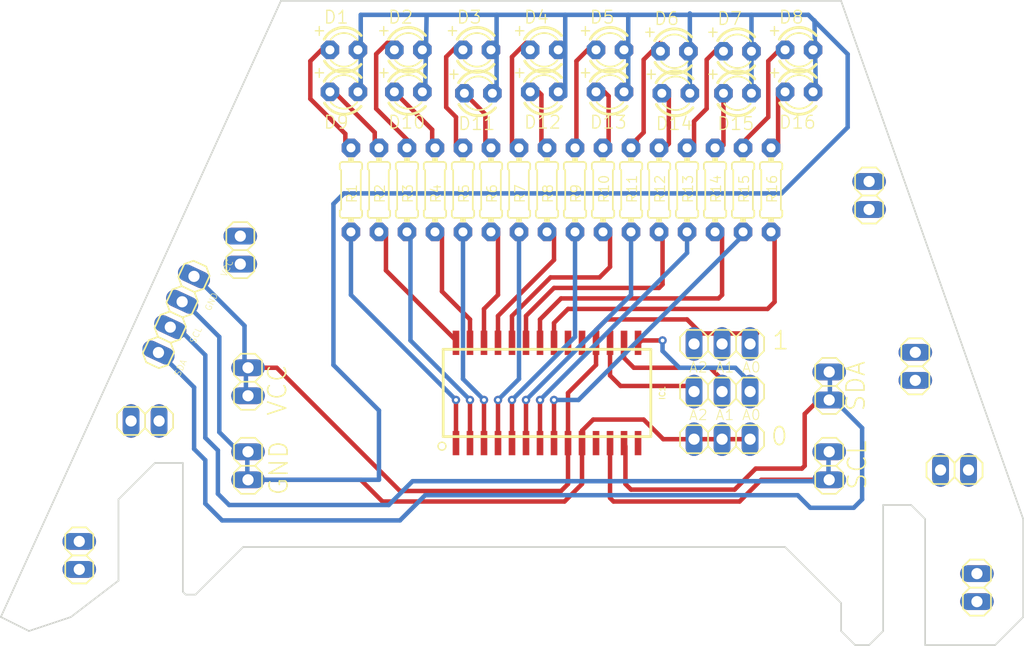
<source format=kicad_pcb>
(kicad_pcb (version 20241229) (generator "pcbnew") (generator_version "9.0")
  (layers (0 "F.Cu" signal) (2 "B.Cu" signal) (13 "F.Paste" user) (15 "B.Paste" user) (5 "F.SilkS" user "F.Silkscreen") (7 "B.SilkS" user "B.Silkscreen") (1 "F.Mask" user) (3 "B.Mask" user) (25 "Edge.Cuts" user))
  (net 0 "")
  (net 1 "S$2")
  (net 2 "S$1")
  (net 3 "S$3")
  (net 4 "S$36")
  (net 5 "S$5")
  (net 6 "S$6")
  (net 7 "S$7")
  (net 8 "S$8")
  (net 9 "S$9")
  (net 10 "S$10")
  (net 11 "S$11")
  (net 12 "S$12")
  (net 13 "S$20")
  (net 14 "S$38")
  (net 15 "S$39")
  (net 16 "S$40")
  (net 17 "S$41")
  (net 18 "S$42")
  (net 19 "S$43")
  (net 20 "S$44")
  (net 21 "S$45")
  (net 22 "S$31")
  (net 23 "S$32")
  (net 24 "S$33")
  (net 25 "S$17")
  (net 26 "S$18")
  (net 27 "S$19")
  (net 28 "S$21")
  (net 29 "S$22")
  (net 30 "S$23")
  (net 31 "S$24")
  (net 32 "S$25")
  (net 33 "S$26")
  (net 34 "S$27")
  (net 35 "S$28")
  (net 36 "S$29")
  (net 37 "S$34")
  (net 38 "S$35")
  (net 39 "S$37")
  (net 40 "S$50")
  (net 41 "S$52")
  (net 42 "S$53")
  (footprint "002:1X02_325" (layer "F.Cu") (at 124.5616 117.9576 90)
    (property "Reference" "E$13" (hide yes))
    (property "Value" "")
    (pad "1" thru_hole oval (at -1.27 0 180) (size 3.048 1.524) (drill 1.016) (layers "*.Cu" "*.Mask"))
    (pad "2" thru_hole oval (at 1.27 0 180) (size 3.048 1.524) (drill 1.016) (layers "*.Cu" "*.Mask"))
  )
  (footprint "002:0204_7_420" (layer "F.Cu") (at 146.5961 92.9386 90)
    (property "Reference" "R6" (at -1.27 0.6096 90) (layer "F.SilkS") (effects (font (size 0.885993 0.885993) (thickness 0.104607)) (justify left bottom)))
    (property "Value" "")
    (pad "1" thru_hole roundrect (at -3.81 0 90) (size 1.6764 1.6764) (drill 0.8128) (layers "*.Cu" "*.Mask") (chamfer_ratio 0.2928932188) (chamfer top_left top_right bottom_left bottom_right))
    (pad "2" thru_hole roundrect (at 3.81 0 90) (size 1.6764 1.6764) (drill 0.8128) (layers "*.Cu" "*.Mask") (chamfer_ratio 0.2928932188) (chamfer top_left top_right bottom_left bottom_right))
  )
  (footprint "002:0204_7_420" (layer "F.Cu") (at 151.6761 92.9386 90)
    (property "Reference" "R8" (at -1.27 0.6096 90) (layer "F.SilkS") (effects (font (size 0.885993 0.885993) (thickness 0.104607)) (justify left bottom)))
    (property "Value" "")
    (pad "1" thru_hole roundrect (at -3.81 0 90) (size 1.6764 1.6764) (drill 0.8128) (layers "*.Cu" "*.Mask") (chamfer_ratio 0.2928932188) (chamfer top_left top_right bottom_left bottom_right))
    (pad "2" thru_hole roundrect (at 3.81 0 90) (size 1.6764 1.6764) (drill 0.8128) (layers "*.Cu" "*.Mask") (chamfer_ratio 0.2928932188) (chamfer top_left top_right bottom_left bottom_right))
  )
  (footprint "002:0204_7_420" (layer "F.Cu") (at 149.1361 92.9386 90)
    (property "Reference" "R7" (at -1.27 0.6096 90) (layer "F.SilkS") (effects (font (size 0.885993 0.885993) (thickness 0.104607)) (justify left bottom)))
    (property "Value" "")
    (pad "1" thru_hole roundrect (at -3.81 0 90) (size 1.6764 1.6764) (drill 0.8128) (layers "*.Cu" "*.Mask") (chamfer_ratio 0.2928932188) (chamfer top_left top_right bottom_left bottom_right) (net 18 "S$42"))
    (pad "2" thru_hole roundrect (at 3.81 0 90) (size 1.6764 1.6764) (drill 0.8128) (layers "*.Cu" "*.Mask") (chamfer_ratio 0.2928932188) (chamfer top_left top_right bottom_left bottom_right))
  )
  (footprint "002:1X02_325" (layer "F.Cu") (at 188.6331 118.3386 180)
    (property "Reference" "E$9" (hide yes))
    (property "Value" "")
    (pad "1" thru_hole oval (at -1.27 0 270) (size 3.048 1.524) (drill 1.016) (layers "*.Cu" "*.Mask"))
    (pad "2" thru_hole oval (at 1.27 0 270) (size 3.048 1.524) (drill 1.016) (layers "*.Cu" "*.Mask"))
  )
  (footprint "002:1X02_325" (layer "F.Cu") (at 190.6651 129.0066 90)
    (property "Reference" "E$12" (hide yes))
    (property "Value" "")
    (pad "1" thru_hole oval (at -1.27 0 180) (size 3.048 1.524) (drill 1.016) (layers "*.Cu" "*.Mask"))
    (pad "2" thru_hole oval (at 1.27 0 180) (size 3.048 1.524) (drill 1.016) (layers "*.Cu" "*.Mask"))
  )
  (footprint "002:1X02_325" (layer "F.Cu") (at 185.0771 108.9406 90)
    (property "Reference" "E$6" (hide yes))
    (property "Value" "")
    (pad "1" thru_hole oval (at -1.27 0 180) (size 3.048 1.524) (drill 1.016) (layers "*.Cu" "*.Mask"))
    (pad "2" thru_hole oval (at 1.27 0 180) (size 3.048 1.524) (drill 1.016) (layers "*.Cu" "*.Mask"))
  )
  (footprint "002:0204_7_420" (layer "F.Cu") (at 154.2161 92.9386 90)
    (property "Reference" "R9" (at -1.27 0.6096 90) (layer "F.SilkS") (effects (font (size 0.885993 0.885993) (thickness 0.104607)) (justify left bottom)))
    (property "Value" "")
    (pad "1" thru_hole roundrect (at -3.81 0 90) (size 1.6764 1.6764) (drill 0.8128) (layers "*.Cu" "*.Mask") (chamfer_ratio 0.2928932188) (chamfer top_left top_right bottom_left bottom_right) (net 17 "S$41"))
    (pad "2" thru_hole roundrect (at 3.81 0 90) (size 1.6764 1.6764) (drill 0.8128) (layers "*.Cu" "*.Mask") (chamfer_ratio 0.2928932188) (chamfer top_left top_right bottom_left bottom_right))
  )
  (footprint "002:0204_7_420" (layer "F.Cu") (at 169.4561 92.9386 90)
    (property "Reference" "R15" (at -1.27 0.6096 90) (layer "F.SilkS") (effects (font (size 0.885993 0.885993) (thickness 0.104607)) (justify left bottom)))
    (property "Value" "")
    (pad "1" thru_hole roundrect (at -3.81 0 90) (size 1.6764 1.6764) (drill 0.8128) (layers "*.Cu" "*.Mask") (chamfer_ratio 0.2928932188) (chamfer top_left top_right bottom_left bottom_right))
    (pad "2" thru_hole roundrect (at 3.81 0 90) (size 1.6764 1.6764) (drill 0.8128) (layers "*.Cu" "*.Mask") (chamfer_ratio 0.2928932188) (chamfer top_left top_right bottom_left bottom_right))
  )
  (footprint "002:1X02_325" (layer "F.Cu") (at 177.2666 117.9576 90)
    (property "Reference" "E$2" (hide yes))
    (property "Value" "")
    (pad "1" thru_hole oval (at -1.27 0 180) (size 3.048 1.524) (drill 1.016) (layers "*.Cu" "*.Mask") (net 3 "S$3"))
    (pad "2" thru_hole oval (at 1.27 0 180) (size 3.048 1.524) (drill 1.016) (layers "*.Cu" "*.Mask") (net 4 "S$36"))
  )
  (footprint "002:LED3MM_420" (layer "F.Cu") (at 168.9481 84.1756)
    (property "Reference" "D15" (at -1.905 3.429 0) (layer "F.SilkS") (effects (font (size 1.1557 1.1557) (thickness 0.1143)) (justify left bottom)))
    (property "Value" "")
    (pad "A" thru_hole roundrect (at -1.27 0) (size 1.6764 1.6764) (drill 0.8128) (layers "*.Cu" "*.Mask") (chamfer_ratio 0.2928932188) (chamfer top_left top_right bottom_left bottom_right))
    (pad "K" thru_hole roundrect (at 1.27 0) (size 1.6764 1.6764) (drill 0.8128) (layers "*.Cu" "*.Mask") (chamfer_ratio 0.2928932188) (chamfer top_left top_right bottom_left bottom_right))
  )
  (footprint "002:LED3MM_420" (layer "F.Cu") (at 151.4221 84.0486)
    (property "Reference" "D12" (at -1.905 3.429 0) (layer "F.SilkS") (effects (font (size 1.1557 1.1557) (thickness 0.1143)) (justify left bottom)))
    (property "Value" "")
    (pad "A" thru_hole roundrect (at -1.27 0) (size 1.6764 1.6764) (drill 0.8128) (layers "*.Cu" "*.Mask") (chamfer_ratio 0.2928932188) (chamfer top_left top_right bottom_left bottom_right))
    (pad "K" thru_hole roundrect (at 1.27 0) (size 1.6764 1.6764) (drill 0.8128) (layers "*.Cu" "*.Mask") (chamfer_ratio 0.2928932188) (chamfer top_left top_right bottom_left bottom_right))
  )
  (footprint "002:LED3MM_420" (layer "F.Cu") (at 163.2331 80.3656)
    (property "Reference" "D6" (at -1.905 -2.286 0) (layer "F.SilkS") (effects (font (size 1.1557 1.1557) (thickness 0.1143)) (justify left bottom)))
    (property "Value" "")
    (pad "A" thru_hole roundrect (at -1.27 0) (size 1.6764 1.6764) (drill 0.8128) (layers "*.Cu" "*.Mask") (chamfer_ratio 0.2928932188) (chamfer top_left top_right bottom_left bottom_right))
    (pad "K" thru_hole roundrect (at 1.27 0) (size 1.6764 1.6764) (drill 0.8128) (layers "*.Cu" "*.Mask") (chamfer_ratio 0.2928932188) (chamfer top_left top_right bottom_left bottom_right))
  )
  (footprint "002:1X02_325" (layer "F.Cu") (at 124.5616 110.3376 90)
    (property "Reference" "E$3" (hide yes))
    (property "Value" "")
    (pad "1" thru_hole oval (at -1.27 0 180) (size 3.048 1.524) (drill 1.016) (layers "*.Cu" "*.Mask"))
    (pad "2" thru_hole oval (at 1.27 0 180) (size 3.048 1.524) (drill 1.016) (layers "*.Cu" "*.Mask") (net 1 "S$2"))
  )
  (footprint "002:1X02_325" (layer "F.Cu") (at 180.8861 93.4466 90)
    (property "Reference" "E$8" (hide yes))
    (property "Value" "")
    (pad "1" thru_hole oval (at -1.27 0 180) (size 3.048 1.524) (drill 1.016) (layers "*.Cu" "*.Mask"))
    (pad "2" thru_hole oval (at 1.27 0 180) (size 3.048 1.524) (drill 1.016) (layers "*.Cu" "*.Mask"))
  )
  (footprint "002:1X02_325" (layer "F.Cu") (at 123.8631 98.3996 90)
    (property "Reference" "E$7" (hide yes))
    (property "Value" "")
    (pad "1" thru_hole oval (at -1.27 0 180) (size 3.048 1.524) (drill 1.016) (layers "*.Cu" "*.Mask"))
    (pad "2" thru_hole oval (at 1.27 0 180) (size 3.048 1.524) (drill 1.016) (layers "*.Cu" "*.Mask"))
  )
  (footprint "002:0204_7_420" (layer "F.Cu") (at 161.8361 92.9386 90)
    (property "Reference" "R12" (at -1.27 0.6096 90) (layer "F.SilkS") (effects (font (size 0.885993 0.885993) (thickness 0.104607)) (justify left bottom)))
    (property "Value" "")
    (pad "1" thru_hole roundrect (at -3.81 0 90) (size 1.6764 1.6764) (drill 0.8128) (layers "*.Cu" "*.Mask") (chamfer_ratio 0.2928932188) (chamfer top_left top_right bottom_left bottom_right))
    (pad "2" thru_hole roundrect (at 3.81 0 90) (size 1.6764 1.6764) (drill 0.8128) (layers "*.Cu" "*.Mask") (chamfer_ratio 0.2928932188) (chamfer top_left top_right bottom_left bottom_right))
  )
  (footprint "002:0204_7_420" (layer "F.Cu") (at 133.8961 92.9386 90)
    (property "Reference" "R1" (at -1.27 0.6096 90) (layer "F.SilkS") (effects (font (size 0.885993 0.885993) (thickness 0.104607)) (justify left bottom)))
    (property "Value" "")
    (pad "1" thru_hole roundrect (at -3.81 0 90) (size 1.6764 1.6764) (drill 0.8128) (layers "*.Cu" "*.Mask") (chamfer_ratio 0.2928932188) (chamfer top_left top_right bottom_left bottom_right) (net 21 "S$45"))
    (pad "2" thru_hole roundrect (at 3.81 0 90) (size 1.6764 1.6764) (drill 0.8128) (layers "*.Cu" "*.Mask") (chamfer_ratio 0.2928932188) (chamfer top_left top_right bottom_left bottom_right))
  )
  (footprint "002:0204_7_420" (layer "F.Cu") (at 166.9161 92.9386 90)
    (property "Reference" "R14" (at -1.27 0.6096 90) (layer "F.SilkS") (effects (font (size 0.885993 0.885993) (thickness 0.104607)) (justify left bottom)))
    (property "Value" "")
    (pad "1" thru_hole roundrect (at -3.81 0 90) (size 1.6764 1.6764) (drill 0.8128) (layers "*.Cu" "*.Mask") (chamfer_ratio 0.2928932188) (chamfer top_left top_right bottom_left bottom_right))
    (pad "2" thru_hole roundrect (at 3.81 0 90) (size 1.6764 1.6764) (drill 0.8128) (layers "*.Cu" "*.Mask") (chamfer_ratio 0.2928932188) (chamfer top_left top_right bottom_left bottom_right))
  )
  (footprint "002:1X04_325" (layer "F.Cu") (at 118.050971 104.233847 -115)
    (property "Reference" "E$15" (hide yes))
    (property "Value" "")
    (pad "1" thru_hole oval (at -3.81 0 335) (size 3.048 1.524) (drill 1.016) (layers "*.Cu" "*.Mask"))
    (pad "2" thru_hole oval (at -1.27 0 335) (size 3.048 1.524) (drill 1.016) (layers "*.Cu" "*.Mask"))
    (pad "3" thru_hole oval (at 1.27 0 335) (size 3.048 1.524) (drill 1.016) (layers "*.Cu" "*.Mask"))
    (pad "4" thru_hole oval (at 3.81 0 335) (size 3.048 1.524) (drill 1.016) (layers "*.Cu" "*.Mask"))
  )
  (footprint "002:SOIC-28_525" (layer "F.Cu") (at 152.3111 111.3536 180)
    (property "Reference" "IC1" (at -9.525 0 90) (layer "F.SilkS") (effects (font (size 0.512064 0.512064) (thickness 0.097536)) (justify top)))
    (property "Value" "")
    (pad "1" smd rect (at 8.89 -4.5475 180) (size 0.6 2.2) (layers "F.Cu" "F.Mask" "F.Paste"))
    (pad "2" smd rect (at 7.62 -4.5475 180) (size 0.6 2.2) (layers "F.Cu" "F.Mask" "F.Paste"))
    (pad "3" smd rect (at 6.35 -4.5475 180) (size 0.6 2.2) (layers "F.Cu" "F.Mask" "F.Paste"))
    (pad "4" smd rect (at 5.08 -4.5475 180) (size 0.6 2.2) (layers "F.Cu" "F.Mask" "F.Paste"))
    (pad "5" smd rect (at 3.81 -4.5475 180) (size 0.6 2.2) (layers "F.Cu" "F.Mask" "F.Paste"))
    (pad "6" smd rect (at 2.54 -4.5475 180) (size 0.6 2.2) (layers "F.Cu" "F.Mask" "F.Paste"))
    (pad "7" smd rect (at 1.27 -4.5475 180) (size 0.6 2.2) (layers "F.Cu" "F.Mask" "F.Paste"))
    (pad "8" smd rect (at 0 -4.5475 180) (size 0.6 2.2) (layers "F.Cu" "F.Mask" "F.Paste"))
    (pad "9" smd rect (at -1.27 -4.5475 180) (size 0.6 2.2) (layers "F.Cu" "F.Mask" "F.Paste"))
    (pad "10" smd rect (at -2.54 -4.5475 180) (size 0.6 2.2) (layers "F.Cu" "F.Mask" "F.Paste"))
    (pad "11" smd rect (at -3.81 -4.5475 180) (size 0.6 2.2) (layers "F.Cu" "F.Mask" "F.Paste"))
    (pad "12" smd rect (at -5.08 -4.5475 180) (size 0.6 2.2) (layers "F.Cu" "F.Mask" "F.Paste"))
    (pad "13" smd rect (at -6.35 -4.5475 180) (size 0.6 2.2) (layers "F.Cu" "F.Mask" "F.Paste"))
    (pad "14" smd rect (at -7.62 -4.5475 180) (size 0.6 2.2) (layers "F.Cu" "F.Mask" "F.Paste"))
    (pad "15" smd rect (at -7.62 4.5475 180) (size 0.6 2.2) (layers "F.Cu" "F.Mask" "F.Paste"))
    (pad "16" smd rect (at -6.35 4.5475 180) (size 0.6 2.2) (layers "F.Cu" "F.Mask" "F.Paste"))
    (pad "17" smd rect (at -5.08 4.5475 180) (size 0.6 2.2) (layers "F.Cu" "F.Mask" "F.Paste"))
    (pad "18" smd rect (at -3.81 4.5475 180) (size 0.6 2.2) (layers "F.Cu" "F.Mask" "F.Paste"))
    (pad "19" smd rect (at -2.54 4.5475 180) (size 0.6 2.2) (layers "F.Cu" "F.Mask" "F.Paste"))
    (pad "20" smd rect (at -1.27 4.5475 180) (size 0.6 2.2) (layers "F.Cu" "F.Mask" "F.Paste"))
    (pad "21" smd rect (at 0 4.5475 180) (size 0.6 2.2) (layers "F.Cu" "F.Mask" "F.Paste"))
    (pad "22" smd rect (at 1.27 4.5475 180) (size 0.6 2.2) (layers "F.Cu" "F.Mask" "F.Paste"))
    (pad "23" smd rect (at 2.54 4.5475 180) (size 0.6 2.2) (layers "F.Cu" "F.Mask" "F.Paste"))
    (pad "24" smd rect (at 3.81 4.5475 180) (size 0.6 2.2) (layers "F.Cu" "F.Mask" "F.Paste"))
    (pad "25" smd rect (at 5.08 4.5475 180) (size 0.6 2.2) (layers "F.Cu" "F.Mask" "F.Paste"))
    (pad "26" smd rect (at 6.35 4.5475 180) (size 0.6 2.2) (layers "F.Cu" "F.Mask" "F.Paste"))
    (pad "27" smd rect (at 7.62 4.5475 180) (size 0.6 2.2) (layers "F.Cu" "F.Mask" "F.Paste"))
    (pad "28" smd rect (at 8.89 4.5475 180) (size 0.6 2.2) (layers "F.Cu" "F.Mask" "F.Paste"))
  )
  (footprint "002:0204_7_420" (layer "F.Cu") (at 138.9761 92.9386 90)
    (property "Reference" "R3" (at -1.27 0.6096 90) (layer "F.SilkS") (effects (font (size 0.885993 0.885993) (thickness 0.104607)) (justify left bottom)))
    (property "Value" "")
    (pad "1" thru_hole roundrect (at -3.81 0 90) (size 1.6764 1.6764) (drill 0.8128) (layers "*.Cu" "*.Mask") (chamfer_ratio 0.2928932188) (chamfer top_left top_right bottom_left bottom_right))
    (pad "2" thru_hole roundrect (at 3.81 0 90) (size 1.6764 1.6764) (drill 0.8128) (layers "*.Cu" "*.Mask") (chamfer_ratio 0.2928932188) (chamfer top_left top_right bottom_left bottom_right))
  )
  (footprint "002:0204_7_420" (layer "F.Cu") (at 164.3761 92.9386 90)
    (property "Reference" "R13" (at -1.27 0.6096 90) (layer "F.SilkS") (effects (font (size 0.885993 0.885993) (thickness 0.104607)) (justify left bottom)))
    (property "Value" "")
    (pad "1" thru_hole roundrect (at -3.81 0 90) (size 1.6764 1.6764) (drill 0.8128) (layers "*.Cu" "*.Mask") (chamfer_ratio 0.2928932188) (chamfer top_left top_right bottom_left bottom_right) (net 15 "S$39"))
    (pad "2" thru_hole roundrect (at 3.81 0 90) (size 1.6764 1.6764) (drill 0.8128) (layers "*.Cu" "*.Mask") (chamfer_ratio 0.2928932188) (chamfer top_left top_right bottom_left bottom_right))
  )
  (footprint "002:0204_7_420" (layer "F.Cu") (at 171.9961 92.9386 90)
    (property "Reference" "R16" (at -1.27 0.6096 90) (layer "F.SilkS") (effects (font (size 0.885993 0.885993) (thickness 0.104607)) (justify left bottom)))
    (property "Value" "")
    (pad "1" thru_hole roundrect (at -3.81 0 90) (size 1.6764 1.6764) (drill 0.8128) (layers "*.Cu" "*.Mask") (chamfer_ratio 0.2928932188) (chamfer top_left top_right bottom_left bottom_right))
    (pad "2" thru_hole roundrect (at 3.81 0 90) (size 1.6764 1.6764) (drill 0.8128) (layers "*.Cu" "*.Mask") (chamfer_ratio 0.2928932188) (chamfer top_left top_right bottom_left bottom_right))
  )
  (footprint "002:LED3MM_420" (layer "F.Cu") (at 145.3261 80.2386)
    (property "Reference" "D3" (at -1.905 -2.286 0) (layer "F.SilkS") (effects (font (size 1.1557 1.1557) (thickness 0.1143)) (justify left bottom)))
    (property "Value" "")
    (pad "A" thru_hole roundrect (at -1.27 0) (size 1.6764 1.6764) (drill 0.8128) (layers "*.Cu" "*.Mask") (chamfer_ratio 0.2928932188) (chamfer top_left top_right bottom_left bottom_right))
    (pad "K" thru_hole roundrect (at 1.27 0) (size 1.6764 1.6764) (drill 0.8128) (layers "*.Cu" "*.Mask") (chamfer_ratio 0.2928932188) (chamfer top_left top_right bottom_left bottom_right))
  )
  (footprint "002:LED3MM_420" (layer "F.Cu") (at 157.3911 80.2386)
    (property "Reference" "D5" (at -1.905 -2.286 0) (layer "F.SilkS") (effects (font (size 1.1557 1.1557) (thickness 0.1143)) (justify left bottom)))
    (property "Value" "")
    (pad "A" thru_hole roundrect (at -1.27 0) (size 1.6764 1.6764) (drill 0.8128) (layers "*.Cu" "*.Mask") (chamfer_ratio 0.2928932188) (chamfer top_left top_right bottom_left bottom_right))
    (pad "K" thru_hole roundrect (at 1.27 0) (size 1.6764 1.6764) (drill 0.8128) (layers "*.Cu" "*.Mask") (chamfer_ratio 0.2928932188) (chamfer top_left top_right bottom_left bottom_right))
  )
  (footprint "002:LED3MM_420" (layer "F.Cu") (at 157.3911 84.0486)
    (property "Reference" "D13" (at -1.905 3.429 0) (layer "F.SilkS") (effects (font (size 1.1557 1.1557) (thickness 0.1143)) (justify left bottom)))
    (property "Value" "")
    (pad "A" thru_hole roundrect (at -1.27 0) (size 1.6764 1.6764) (drill 0.8128) (layers "*.Cu" "*.Mask") (chamfer_ratio 0.2928932188) (chamfer top_left top_right bottom_left bottom_right))
    (pad "K" thru_hole roundrect (at 1.27 0) (size 1.6764 1.6764) (drill 0.8128) (layers "*.Cu" "*.Mask") (chamfer_ratio 0.2928932188) (chamfer top_left top_right bottom_left bottom_right))
  )
  (footprint "002:1X02_325" (layer "F.Cu") (at 109.2581 126.0856 90)
    (property "Reference" "E$10" (hide yes))
    (property "Value" "")
    (pad "1" thru_hole oval (at -1.27 0 180) (size 3.048 1.524) (drill 1.016) (layers "*.Cu" "*.Mask"))
    (pad "2" thru_hole oval (at 1.27 0 180) (size 3.048 1.524) (drill 1.016) (layers "*.Cu" "*.Mask"))
  )
  (footprint "002:1X03_325" (layer "F.Cu") (at 167.5511 115.5446)
    (property "Reference" "E$5" (hide yes))
    (property "Value" "")
    (pad "1" thru_hole oval (at -2.54 0 90) (size 3.048 1.524) (drill 1.016) (layers "*.Cu" "*.Mask"))
    (pad "2" thru_hole oval (at 0 0 90) (size 3.048 1.524) (drill 1.016) (layers "*.Cu" "*.Mask"))
    (pad "3" thru_hole oval (at 2.54 0 90) (size 3.048 1.524) (drill 1.016) (layers "*.Cu" "*.Mask") (net 2 "S$1"))
  )
  (footprint "002:1X02_325" (layer "F.Cu") (at 177.2666 110.7186 90)
    (property "Reference" "E$14" (hide yes))
    (property "Value" "")
    (pad "1" thru_hole oval (at -1.27 0 180) (size 3.048 1.524) (drill 1.016) (layers "*.Cu" "*.Mask"))
    (pad "2" thru_hole oval (at 1.27 0 180) (size 3.048 1.524) (drill 1.016) (layers "*.Cu" "*.Mask"))
  )
  (footprint "002:LED3MM_420" (layer "F.Cu") (at 174.5361 84.0486)
    (property "Reference" "D16" (at -1.905 3.429 0) (layer "F.SilkS") (effects (font (size 1.1557 1.1557) (thickness 0.1143)) (justify left bottom)))
    (property "Value" "")
    (pad "A" thru_hole roundrect (at -1.27 0) (size 1.6764 1.6764) (drill 0.8128) (layers "*.Cu" "*.Mask") (chamfer_ratio 0.2928932188) (chamfer top_left top_right bottom_left bottom_right))
    (pad "K" thru_hole roundrect (at 1.27 0) (size 1.6764 1.6764) (drill 0.8128) (layers "*.Cu" "*.Mask") (chamfer_ratio 0.2928932188) (chamfer top_left top_right bottom_left bottom_right))
  )
  (footprint "002:LED3MM_420" (layer "F.Cu") (at 139.1031 84.0486)
    (property "Reference" "D10" (at -1.905 3.429 0) (layer "F.SilkS") (effects (font (size 1.1557 1.1557) (thickness 0.1143)) (justify left bottom)))
    (property "Value" "")
    (pad "A" thru_hole roundrect (at -1.27 0) (size 1.6764 1.6764) (drill 0.8128) (layers "*.Cu" "*.Mask") (chamfer_ratio 0.2928932188) (chamfer top_left top_right bottom_left bottom_right))
    (pad "K" thru_hole roundrect (at 1.27 0) (size 1.6764 1.6764) (drill 0.8128) (layers "*.Cu" "*.Mask") (chamfer_ratio 0.2928932188) (chamfer top_left top_right bottom_left bottom_right))
  )
  (footprint "002:1X03_325" (layer "F.Cu") (at 167.5511 111.2266)
    (property "Reference" "E$4" (hide yes))
    (property "Value" "")
    (pad "1" thru_hole oval (at -2.54 0 90) (size 3.048 1.524) (drill 1.016) (layers "*.Cu" "*.Mask"))
    (pad "2" thru_hole oval (at 0 0 90) (size 3.048 1.524) (drill 1.016) (layers "*.Cu" "*.Mask"))
    (pad "3" thru_hole oval (at 2.54 0 90) (size 3.048 1.524) (drill 1.016) (layers "*.Cu" "*.Mask"))
  )
  (footprint "002:LED3MM_420" (layer "F.Cu") (at 174.5361 80.2386)
    (property "Reference" "D8" (at -1.905 -2.286 0) (layer "F.SilkS") (effects (font (size 1.1557 1.1557) (thickness 0.1143)) (justify left bottom)))
    (property "Value" "")
    (pad "A" thru_hole roundrect (at -1.27 0) (size 1.6764 1.6764) (drill 0.8128) (layers "*.Cu" "*.Mask") (chamfer_ratio 0.2928932188) (chamfer top_left top_right bottom_left bottom_right))
    (pad "K" thru_hole roundrect (at 1.27 0) (size 1.6764 1.6764) (drill 0.8128) (layers "*.Cu" "*.Mask") (chamfer_ratio 0.2928932188) (chamfer top_left top_right bottom_left bottom_right))
  )
  (footprint "002:0204_7_420" (layer "F.Cu") (at 141.5161 92.9386 90)
    (property "Reference" "R4" (at -1.27 0.6096 90) (layer "F.SilkS") (effects (font (size 0.885993 0.885993) (thickness 0.104607)) (justify left bottom)))
    (property "Value" "")
    (pad "1" thru_hole roundrect (at -3.81 0 90) (size 1.6764 1.6764) (drill 0.8128) (layers "*.Cu" "*.Mask") (chamfer_ratio 0.2928932188) (chamfer top_left top_right bottom_left bottom_right))
    (pad "2" thru_hole roundrect (at 3.81 0 90) (size 1.6764 1.6764) (drill 0.8128) (layers "*.Cu" "*.Mask") (chamfer_ratio 0.2928932188) (chamfer top_left top_right bottom_left bottom_right))
  )
  (footprint "002:LED3MM_420" (layer "F.Cu") (at 133.2611 80.2386)
    (property "Reference" "D1" (at -1.905 -2.286 0) (layer "F.SilkS") (effects (font (size 1.1557 1.1557) (thickness 0.1143)) (justify left bottom)))
    (property "Value" "")
    (pad "A" thru_hole roundrect (at -1.27 0) (size 1.6764 1.6764) (drill 0.8128) (layers "*.Cu" "*.Mask") (chamfer_ratio 0.2928932188) (chamfer top_left top_right bottom_left bottom_right))
    (pad "K" thru_hole roundrect (at 1.27 0) (size 1.6764 1.6764) (drill 0.8128) (layers "*.Cu" "*.Mask") (chamfer_ratio 0.2928932188) (chamfer top_left top_right bottom_left bottom_right))
  )
  (footprint "002:1X03_325" (layer "F.Cu") (at 167.5511 106.9086)
    (property "Reference" "E$1" (hide yes))
    (property "Value" "")
    (pad "1" thru_hole oval (at -2.54 0 90) (size 3.048 1.524) (drill 1.016) (layers "*.Cu" "*.Mask"))
    (pad "2" thru_hole oval (at 0 0 90) (size 3.048 1.524) (drill 1.016) (layers "*.Cu" "*.Mask"))
    (pad "3" thru_hole oval (at 2.54 0 90) (size 3.048 1.524) (drill 1.016) (layers "*.Cu" "*.Mask"))
  )
  (footprint "002:0204_7_420" (layer "F.Cu") (at 136.4361 92.9386 90)
    (property "Reference" "R2" (at -1.27 0.6096 90) (layer "F.SilkS") (effects (font (size 0.885993 0.885993) (thickness 0.104607)) (justify left bottom)))
    (property "Value" "")
    (pad "1" thru_hole roundrect (at -3.81 0 90) (size 1.6764 1.6764) (drill 0.8128) (layers "*.Cu" "*.Mask") (chamfer_ratio 0.2928932188) (chamfer top_left top_right bottom_left bottom_right))
    (pad "2" thru_hole roundrect (at 3.81 0 90) (size 1.6764 1.6764) (drill 0.8128) (layers "*.Cu" "*.Mask") (chamfer_ratio 0.2928932188) (chamfer top_left top_right bottom_left bottom_right))
  )
  (footprint "002:0204_7_420" (layer "F.Cu") (at 156.7561 92.9386 90)
    (property "Reference" "R10" (at -1.27 0.6096 90) (layer "F.SilkS") (effects (font (size 0.885993 0.885993) (thickness 0.104607)) (justify left bottom)))
    (property "Value" "")
    (pad "1" thru_hole roundrect (at -3.81 0 90) (size 1.6764 1.6764) (drill 0.8128) (layers "*.Cu" "*.Mask") (chamfer_ratio 0.2928932188) (chamfer top_left top_right bottom_left bottom_right))
    (pad "2" thru_hole roundrect (at 3.81 0 90) (size 1.6764 1.6764) (drill 0.8128) (layers "*.Cu" "*.Mask") (chamfer_ratio 0.2928932188) (chamfer top_left top_right bottom_left bottom_right))
  )
  (footprint "002:LED3MM_420" (layer "F.Cu") (at 139.1031 80.2386)
    (property "Reference" "D2" (at -1.905 -2.286 0) (layer "F.SilkS") (effects (font (size 1.1557 1.1557) (thickness 0.1143)) (justify left bottom)))
    (property "Value" "")
    (pad "A" thru_hole roundrect (at -1.27 0) (size 1.6764 1.6764) (drill 0.8128) (layers "*.Cu" "*.Mask") (chamfer_ratio 0.2928932188) (chamfer top_left top_right bottom_left bottom_right))
    (pad "K" thru_hole roundrect (at 1.27 0) (size 1.6764 1.6764) (drill 0.8128) (layers "*.Cu" "*.Mask") (chamfer_ratio 0.2928932188) (chamfer top_left top_right bottom_left bottom_right))
  )
  (footprint "002:LED3MM_420" (layer "F.Cu") (at 145.4531 84.1756)
    (property "Reference" "D11" (at -1.905 3.429 0) (layer "F.SilkS") (effects (font (size 1.1557 1.1557) (thickness 0.1143)) (justify left bottom)))
    (property "Value" "")
    (pad "A" thru_hole roundrect (at -1.27 0) (size 1.6764 1.6764) (drill 0.8128) (layers "*.Cu" "*.Mask") (chamfer_ratio 0.2928932188) (chamfer top_left top_right bottom_left bottom_right))
    (pad "K" thru_hole roundrect (at 1.27 0) (size 1.6764 1.6764) (drill 0.8128) (layers "*.Cu" "*.Mask") (chamfer_ratio 0.2928932188) (chamfer top_left top_right bottom_left bottom_right))
  )
  (footprint "002:LED3MM_420" (layer "F.Cu") (at 151.4221 80.2386)
    (property "Reference" "D4" (at -1.905 -2.286 0) (layer "F.SilkS") (effects (font (size 1.1557 1.1557) (thickness 0.1143)) (justify left bottom)))
    (property "Value" "")
    (pad "A" thru_hole roundrect (at -1.27 0) (size 1.6764 1.6764) (drill 0.8128) (layers "*.Cu" "*.Mask") (chamfer_ratio 0.2928932188) (chamfer top_left top_right bottom_left bottom_right))
    (pad "K" thru_hole roundrect (at 1.27 0) (size 1.6764 1.6764) (drill 0.8128) (layers "*.Cu" "*.Mask") (chamfer_ratio 0.2928932188) (chamfer top_left top_right bottom_left bottom_right))
  )
  (footprint "002:LED3MM_420" (layer "F.Cu") (at 133.2611 84.0486)
    (property "Reference" "D9" (at -1.905 3.429 0) (layer "F.SilkS") (effects (font (size 1.1557 1.1557) (thickness 0.1143)) (justify left bottom)))
    (property "Value" "")
    (pad "A" thru_hole roundrect (at -1.27 0) (size 1.6764 1.6764) (drill 0.8128) (layers "*.Cu" "*.Mask") (chamfer_ratio 0.2928932188) (chamfer top_left top_right bottom_left bottom_right))
    (pad "K" thru_hole roundrect (at 1.27 0) (size 1.6764 1.6764) (drill 0.8128) (layers "*.Cu" "*.Mask") (chamfer_ratio 0.2928932188) (chamfer top_left top_right bottom_left bottom_right))
  )
  (footprint "002:LED3MM_420" (layer "F.Cu") (at 168.9481 80.3656)
    (property "Reference" "D7" (at -1.905 -2.286 0) (layer "F.SilkS") (effects (font (size 1.1557 1.1557) (thickness 0.1143)) (justify left bottom)))
    (property "Value" "")
    (pad "A" thru_hole roundrect (at -1.27 0) (size 1.6764 1.6764) (drill 0.8128) (layers "*.Cu" "*.Mask") (chamfer_ratio 0.2928932188) (chamfer top_left top_right bottom_left bottom_right))
    (pad "K" thru_hole roundrect (at 1.27 0) (size 1.6764 1.6764) (drill 0.8128) (layers "*.Cu" "*.Mask") (chamfer_ratio 0.2928932188) (chamfer top_left top_right bottom_left bottom_right))
  )
  (footprint "002:0204_7_420" (layer "F.Cu") (at 159.2961 92.9386 90)
    (property "Reference" "R11" (at -1.27 0.6096 90) (layer "F.SilkS") (effects (font (size 0.885993 0.885993) (thickness 0.104607)) (justify left bottom)))
    (property "Value" "")
    (pad "1" thru_hole roundrect (at -3.81 0 90) (size 1.6764 1.6764) (drill 0.8128) (layers "*.Cu" "*.Mask") (chamfer_ratio 0.2928932188) (chamfer top_left top_right bottom_left bottom_right) (net 16 "S$40"))
    (pad "2" thru_hole roundrect (at 3.81 0 90) (size 1.6764 1.6764) (drill 0.8128) (layers "*.Cu" "*.Mask") (chamfer_ratio 0.2928932188) (chamfer top_left top_right bottom_left bottom_right))
  )
  (footprint "002:LED3MM_420" (layer "F.Cu") (at 163.3601 84.1756)
    (property "Reference" "D14" (at -1.905 3.429 0) (layer "F.SilkS") (effects (font (size 1.1557 1.1557) (thickness 0.1143)) (justify left bottom)))
    (property "Value" "")
    (pad "A" thru_hole roundrect (at -1.27 0) (size 1.6764 1.6764) (drill 0.8128) (layers "*.Cu" "*.Mask") (chamfer_ratio 0.2928932188) (chamfer top_left top_right bottom_left bottom_right))
    (pad "K" thru_hole roundrect (at 1.27 0) (size 1.6764 1.6764) (drill 0.8128) (layers "*.Cu" "*.Mask") (chamfer_ratio 0.2928932188) (chamfer top_left top_right bottom_left bottom_right))
  )
  (footprint "002:0204_7_420" (layer "F.Cu") (at 144.0561 92.9386 90)
    (property "Reference" "R5" (at -1.27 0.6096 90) (layer "F.SilkS") (effects (font (size 0.885993 0.885993) (thickness 0.104607)) (justify left bottom)))
    (property "Value" "")
    (pad "1" thru_hole roundrect (at -3.81 0 90) (size 1.6764 1.6764) (drill 0.8128) (layers "*.Cu" "*.Mask") (chamfer_ratio 0.2928932188) (chamfer top_left top_right bottom_left bottom_right) (net 19 "S$43"))
    (pad "2" thru_hole roundrect (at 3.81 0 90) (size 1.6764 1.6764) (drill 0.8128) (layers "*.Cu" "*.Mask") (chamfer_ratio 0.2928932188) (chamfer top_left top_right bottom_left bottom_right))
  )
  (footprint "002:1X02_325" (layer "F.Cu") (at 115.2271 113.8936 180)
    (property "Reference" "E$11" (hide yes))
    (property "Value" "")
    (pad "1" thru_hole oval (at -1.27 0 270) (size 3.048 1.524) (drill 1.016) (layers "*.Cu" "*.Mask"))
    (pad "2" thru_hole oval (at 1.27 0 270) (size 3.048 1.524) (drill 1.016) (layers "*.Cu" "*.Mask"))
  )
  (gr_line (start 118.6561 117.7036) (end 118.6561 129.3876) (stroke (width 0.1524)) (layer "Edge.Cuts"))
  (gr_line (start 178.3461 130.4036) (end 178.3461 132.9436) (stroke (width 0.1524)) (layer "Edge.Cuts"))
  (gr_line (start 127.5461 75.7936) (end 102.1461 131.6736) (stroke (width 0.1524)) (layer "Edge.Cuts"))
  (gr_line (start 116.1161 117.7036) (end 118.6561 117.7036) (stroke (width 0.1524)) (layer "Edge.Cuts"))
  (gr_line (start 194.8561 131.6736) (end 194.8561 122.7836) (stroke (width 0.1524)) (layer "Edge.Cuts"))
  (gr_line (start 180.8861 134.2136) (end 182.1561 132.9436) (stroke (width 0.1524)) (layer "Edge.Cuts"))
  (gr_line (start 112.8141 128.3716) (end 112.8141 121.0056) (stroke (width 0.1524)) (layer "Edge.Cuts"))
  (gr_line (start 192.3161 134.2136) (end 194.8561 131.6736) (stroke (width 0.1524)) (layer "Edge.Cuts"))
  (gr_line (start 108.4961 131.6736) (end 112.8141 128.3716) (stroke (width 0.1524)) (layer "Edge.Cuts"))
  (gr_line (start 173.2661 125.3236) (end 178.3461 130.4036) (stroke (width 0.1524)) (layer "Edge.Cuts"))
  (gr_line (start 102.1461 131.6736) (end 104.6861 132.9436) (stroke (width 0.1524)) (layer "Edge.Cuts"))
  (gr_line (start 118.6561 129.3876) (end 118.9101 129.6416) (stroke (width 0.1524)) (layer "Edge.Cuts"))
  (gr_line (start 112.8141 121.0056) (end 116.1161 117.7036) (stroke (width 0.1524)) (layer "Edge.Cuts"))
  (gr_line (start 179.6161 134.2136) (end 180.8861 134.2136) (stroke (width 0.1524)) (layer "Edge.Cuts"))
  (gr_line (start 104.6861 132.9436) (end 108.4961 131.6736) (stroke (width 0.1524)) (layer "Edge.Cuts"))
  (gr_line (start 194.8561 122.7836) (end 178.3461 75.7936) (stroke (width 0.1524)) (layer "Edge.Cuts"))
  (gr_line (start 185.9661 134.2136) (end 192.3161 134.2136) (stroke (width 0.1524)) (layer "Edge.Cuts"))
  (gr_line (start 182.1561 121.5136) (end 184.6961 121.5136) (stroke (width 0.1524)) (layer "Edge.Cuts"))
  (gr_line (start 178.3461 132.9436) (end 179.6161 134.2136) (stroke (width 0.1524)) (layer "Edge.Cuts"))
  (gr_line (start 184.6961 121.5136) (end 185.9661 122.7836) (stroke (width 0.1524)) (layer "Edge.Cuts"))
  (gr_line (start 185.9661 122.7836) (end 185.9661 134.2136) (stroke (width 0.1524)) (layer "Edge.Cuts"))
  (gr_line (start 124.1171 125.3236) (end 119.7991 129.6416) (stroke (width 0.1524)) (layer "Edge.Cuts"))
  (gr_line (start 178.3461 75.7936) (end 127.5461 75.7936) (stroke (width 0.1524)) (layer "Edge.Cuts"))
  (gr_line (start 182.1561 132.9436) (end 182.1561 121.5136) (stroke (width 0.1524)) (layer "Edge.Cuts"))
  (gr_line (start 118.9101 129.6416) (end 119.7991 129.6416) (stroke (width 0.1524)) (layer "Edge.Cuts"))
  (gr_line (start 124.1171 125.3236) (end 173.2661 125.3236) (stroke (width 0.1524)) (layer "Edge.Cuts"))
  (gr_text "SDA" (at 180.6321 113.1316 90) (layer "F.SilkS") (effects (font (size 1.63576 1.63576) (thickness 0.14224)) (justify left bottom)))
  (gr_text "1" (at 171.9961 107.5436 0) (layer "F.SilkS") (effects (font (size 1.63576 1.63576) (thickness 0.14224)) (justify left bottom)))
  (gr_text "SCL" (at 180.7591 120.2436 90) (layer "F.SilkS") (effects (font (size 1.63576 1.63576) (thickness 0.14224)) (justify left bottom)))
  (gr_text "SDA    SCL    GND    VCC" (at 118.4021 109.9566 65) (layer "F.SilkS") (effects (font (size 0.560832 0.560832) (thickness 0.048768)) (justify left bottom)))
  (gr_text "GND" (at 128.3081 120.7516 90) (layer "F.SilkS") (effects (font (size 1.63576 1.63576) (thickness 0.14224)) (justify left bottom)))
  (gr_text "A2 A1 A0" (at 164.5031 109.5756 0) (layer "F.SilkS") (effects (font (size 0.93472 0.93472) (thickness 0.08128)) (justify left bottom)))
  (gr_text "0" (at 171.8691 116.2431 0) (layer "F.SilkS") (effects (font (size 1.63576 1.63576) (thickness 0.14224)) (justify left bottom)))
  (gr_text "VCC" (at 128.1811 113.5126 90) (layer "F.SilkS") (effects (font (size 1.63576 1.63576) (thickness 0.14224)) (justify left bottom)))
  (gr_text "A2 A1 A0" (at 164.5031 113.8936 0) (layer "F.SilkS") (effects (font (size 0.93472 0.93472) (thickness 0.08128)) (justify left bottom)))
  (segment (start 153.5811 111.3536) (end 153.5811 119.6086) (width 0.4064) (layer "F.Cu") (net 1))
  (segment (start 156.1211 105.6386) (end 157.0736 104.6861) (width 0.4064) (layer "F.Cu") (net 1))
  (segment (start 156.1211 108.8136) (end 153.5811 111.3536) (width 0.4064) (layer "F.Cu") (net 1))
  (segment (start 152.9461 120.2436) (end 138.3411 120.2436) (width 0.4064) (layer "F.Cu") (net 1))
  (segment (start 156.1211 105.9561) (end 156.1211 105.6386) (width 0.4064) (layer "F.Cu") (net 1))
  (segment (start 153.5811 119.6086) (end 152.9461 120.2436) (width 0.4064) (layer "F.Cu") (net 1))
  (segment (start 127.1651 109.0676) (end 124.5616 109.0676) (width 0.4064) (layer "F.Cu") (net 1))
  (segment (start 138.3411 120.2436) (end 127.1651 109.0676) (width 0.4064) (layer "F.Cu") (net 1))
  (segment (start 156.1211 107.5436) (end 156.1211 108.8136) (width 0.4064) (layer "F.Cu") (net 1))
  (segment (start 165.6461 105.9561) (end 170.7261 105.9561) (width 0.4064) (layer "F.Cu") (net 1))
  (segment (start 164.3761 104.6861) (end 165.6461 105.9561) (width 0.4064) (layer "F.Cu") (net 1))
  (segment (start 157.0736 104.6861) (end 164.3761 104.6861) (width 0.4064) (layer "F.Cu") (net 1))
  (segment (start 124.2441 109.1946) (end 124.2441 105.2576) (width 0.4064) (layer "B.Cu") (net 1))
  (segment (start 124.3711 108.9406) (end 124.3711 111.8616) (width 0.4064) (layer "B.Cu") (net 1))
  (segment (start 124.2441 105.2576) (end 119.9261 100.9396) (width 0.4064) (layer "B.Cu") (net 1))
  (segment (start 136.7536 121.1961) (end 134.7851 119.2276) (width 0.4064) (layer "F.Cu") (net 2))
  (segment (start 153.2636 121.1961) (end 136.7536 121.1961) (width 0.4064) (layer "F.Cu") (net 2))
  (segment (start 162.2171 115.5446) (end 170.0911 115.5446) (width 0.4064) (layer "F.Cu") (net 2))
  (segment (start 134.7851 119.2276) (end 124.6251 119.2276) (width 0.4064) (layer "F.Cu") (net 2))
  (segment (start 155.8671 113.7666) (end 160.4391 113.7666) (width 0.4064) (layer "F.Cu") (net 2))
  (segment (start 154.8511 119.6086) (end 153.2636 121.1961) (width 0.4064) (layer "F.Cu") (net 2))
  (segment (start 160.4391 113.7666) (end 162.2171 115.5446) (width 0.4064) (layer "F.Cu") (net 2))
  (segment (start 154.8511 114.7826) (end 155.8671 113.7666) (width 0.4064) (layer "F.Cu") (net 2))
  (segment (start 154.8511 114.7826) (end 154.8511 119.6086) (width 0.4064) (layer "F.Cu") (net 2))
  (segment (start 159.0421 77.0636) (end 170.2181 77.0636) (width 0.4064) (layer "B.Cu") (net 2))
  (segment (start 178.943 80.6323) (end 178.943 87.2617) (width 0.4064) (layer "B.Cu") (net 2))
  (segment (start 164.6301 76.9366) (end 164.6301 84.5566) (width 0.4064) (layer "B.Cu") (net 2))
  (segment (start 119.0371 103.3526) (end 121.9581 106.2736) (width 0.4064) (layer "B.Cu") (net 2))
  (segment (start 172.9486 93.2561) (end 133.2611 93.2561) (width 0.4064) (layer "B.Cu") (net 2))
  (segment (start 121.9581 114.9096) (end 123.8631 116.8146) (width 0.4064) (layer "B.Cu") (net 2))
  (segment (start 123.8631 116.8146) (end 124.1171 116.8146) (width 0.4064) (layer "B.Cu") (net 2))
  (segment (start 176.0601 84.1756) (end 175.9331 77.5716) (width 0.4064) (layer "B.Cu") (net 2))
  (segment (start 178.943 87.2617) (end 172.9486 93.2561) (width 0.4064) (layer "B.Cu") (net 2))
  (segment (start 153.3271 77.0636) (end 153.3271 84.4296) (width 0.4064) (layer "B.Cu") (net 2))
  (segment (start 153.3271 77.0636) (end 159.0421 77.0636) (width 0.4064) (layer "B.Cu") (net 2))
  (segment (start 132.3086 108.8136) (end 136.4361 112.9411) (width 0.4064) (layer "B.Cu") (net 2))
  (segment (start 159.0421 77.0636) (end 159.0421 84.5566) (width 0.4064) (layer "B.Cu") (net 2))
  (segment (start 147.1041 77.0636) (end 147.1041 84.4296) (width 0.4064) (layer "B.Cu") (net 2))
  (segment (start 170.2181 77.0636) (end 175.3743 77.0636) (width 0.4064) (layer "B.Cu") (net 2))
  (segment (start 133.2611 93.2561) (end 132.3086 94.2086) (width 0.4064) (layer "B.Cu") (net 2))
  (segment (start 136.4361 112.9411) (end 136.4361 119.2276) (width 0.4064) (layer "B.Cu") (net 2))
  (segment (start 134.7851 84.1756) (end 134.7851 77.0636) (width 0.4064) (layer "B.Cu") (net 2))
  (segment (start 140.7541 77.1906) (end 140.6271 84.1756) (width 0.4064) (layer "B.Cu") (net 2))
  (segment (start 170.2181 77.0636) (end 170.2181 84.4296) (width 0.4064) (layer "B.Cu") (net 2))
  (segment (start 121.9581 106.2736) (end 121.9581 114.9096) (width 0.4064) (layer "B.Cu") (net 2))
  (segment (start 147.1041 77.0636) (end 153.3271 77.0636) (width 0.4064) (layer "B.Cu") (net 2))
  (segment (start 124.4981 116.5606) (end 124.4981 119.1006) (width 0.4064) (layer "B.Cu") (net 2))
  (segment (start 175.3743 77.0636) (end 178.943 80.6323) (width 0.4064) (layer "B.Cu") (net 2))
  (segment (start 132.3086 94.2086) (end 132.3086 108.8136) (width 0.4064) (layer "B.Cu") (net 2))
  (segment (start 134.7851 77.0636) (end 147.1041 77.0636) (width 0.4064) (layer "B.Cu") (net 2))
  (segment (start 136.4361 119.2276) (end 124.4981 119.2276) (width 0.4064) (layer "B.Cu") (net 2))
  (segment (start 169.1386 121.1961) (end 171.1071 119.2276) (width 0.4064) (layer "F.Cu") (net 3))
  (segment (start 157.7086 121.1961) (end 169.1386 121.1961) (width 0.4064) (layer "F.Cu") (net 3))
  (segment (start 171.1071 119.2276) (end 177.2666 119.2276) (width 0.4064) (layer "F.Cu") (net 3))
  (segment (start 157.3911 120.8786) (end 157.7086 121.1961) (width 0.4064) (layer "F.Cu") (net 3))
  (segment (start 157.3911 116.1161) (end 157.3911 120.8786) (width 0.4064) (layer "F.Cu") (net 3))
  (segment (start 177.1396 116.5606) (end 177.2666 116.6876) (width 0.4064) (layer "F.Cu") (net 4))
  (segment (start 152.3111 106.9086) (end 152.3111 105.0036) (width 0.4064) (layer "F.Cu") (net 5))
  (segment (start 171.6786 103.7336) (end 172.3136 103.0986) (width 0.4064) (layer "F.Cu") (net 5))
  (segment (start 172.3136 103.0986) (end 172.3136 96.7486) (width 0.4064) (layer "F.Cu") (net 5))
  (segment (start 153.5811 103.7336) (end 171.6786 103.7336) (width 0.4064) (layer "F.Cu") (net 5))
  (segment (start 152.3111 105.0036) (end 153.5811 103.7336) (width 0.4064) (layer "F.Cu") (net 5))
  (segment (start 167.2336 102.7811) (end 167.5511 102.4636) (width 0.4064) (layer "F.Cu") (net 6))
  (segment (start 152.9461 102.7811) (end 167.2336 102.7811) (width 0.4064) (layer "F.Cu") (net 6))
  (segment (start 151.0411 104.6861) (end 152.9461 102.7811) (width 0.4064) (layer "F.Cu") (net 6))
  (segment (start 167.5511 102.4636) (end 167.5511 96.7486) (width 0.4064) (layer "F.Cu") (net 6))
  (segment (start 151.0411 106.9086) (end 151.0411 104.6861) (width 0.4064) (layer "F.Cu") (net 6))
  (segment (start 149.7711 104.3686) (end 152.3111 101.8286) (width 0.4064) (layer "F.Cu") (net 7))
  (segment (start 149.7711 106.9086) (end 149.7711 104.3686) (width 0.4064) (layer "F.Cu") (net 7))
  (segment (start 162.1536 101.5111) (end 162.1536 96.7486) (width 0.4064) (layer "F.Cu") (net 7))
  (segment (start 152.3111 101.8286) (end 161.8361 101.8286) (width 0.4064) (layer "F.Cu") (net 7))
  (segment (start 161.8361 101.8286) (end 162.1536 101.5111) (width 0.4064) (layer "F.Cu") (net 7))
  (segment (start 156.4386 100.8761) (end 157.3911 99.9236) (width 0.4064) (layer "F.Cu") (net 8))
  (segment (start 148.5011 106.9086) (end 148.5011 104.3686) (width 0.4064) (layer "F.Cu") (net 8))
  (segment (start 148.5011 104.3686) (end 151.9936 100.8761) (width 0.4064) (layer "F.Cu") (net 8))
  (segment (start 151.9936 100.8761) (end 156.4386 100.8761) (width 0.4064) (layer "F.Cu") (net 8))
  (segment (start 157.3911 99.9236) (end 157.3911 96.7486) (width 0.4064) (layer "F.Cu") (net 8))
  (segment (start 147.2311 104.3686) (end 152.3111 99.2886) (width 0.4064) (layer "F.Cu") (net 9))
  (segment (start 147.2311 106.9086) (end 147.2311 104.3686) (width 0.4064) (layer "F.Cu") (net 9))
  (segment (start 152.3111 99.2886) (end 152.3111 96.7486) (width 0.4064) (layer "F.Cu") (net 9))
  (segment (start 147.2311 102.4636) (end 147.2311 96.7486) (width 0.4064) (layer "F.Cu") (net 10))
  (segment (start 145.9611 106.9086) (end 145.9611 103.7336) (width 0.4064) (layer "F.Cu") (net 10))
  (segment (start 145.9611 103.7336) (end 147.2311 102.4636) (width 0.4064) (layer "F.Cu") (net 10))
  (segment (start 144.6911 106.5911) (end 144.6911 104.6861) (width 0.4064) (layer "F.Cu") (net 11))
  (segment (start 142.1511 102.1461) (end 142.1511 96.7486) (width 0.4064) (layer "F.Cu") (net 11))
  (segment (start 144.6911 104.6861) (end 142.1511 102.1461) (width 0.4064) (layer "F.Cu") (net 11))
  (segment (start 143.4211 106.5911) (end 137.0711 100.2411) (width 0.4064) (layer "F.Cu") (net 12))
  (segment (start 137.0711 100.2411) (end 137.0711 96.7486) (width 0.4064) (layer "F.Cu") (net 12))
  (segment (start 172.6311 84.119157) (end 172.6311 89.1286) (width 0.4064) (layer "F.Cu") (net 13))
  (segment (start 152.3111 111.9886) (end 152.3111 115.7986) (width 0.4064) (layer "F.Cu") (net 14))
  (via (at 152.3111 111.9886) (size 0.7564) (drill 0.35) (layers "F.Cu" "B.Cu") (net 14))
  (segment (start 169.7736 96.7486) (end 154.5336 111.9886) (width 0.4064) (layer "B.Cu") (net 14))
  (segment (start 154.5336 111.9886) (end 152.3111 111.9886) (width 0.4064) (layer "B.Cu") (net 14))
  (segment (start 151.0411 111.9886) (end 151.0411 115.7986) (width 0.4064) (layer "F.Cu") (net 15))
  (via (at 151.0411 111.9886) (size 0.7564) (drill 0.35) (layers "F.Cu" "B.Cu") (net 15))
  (segment (start 164.3761 96.7486) (end 164.3761 98.6536) (width 0.4064) (layer "B.Cu") (net 15))
  (segment (start 164.3761 98.6536) (end 151.0411 111.9886) (width 0.4064) (layer "B.Cu") (net 15))
  (segment (start 149.7711 111.9886) (end 149.7711 115.7986) (width 0.4064) (layer "F.Cu") (net 16))
  (via (at 149.7711 111.9886) (size 0.7564) (drill 0.35) (layers "F.Cu" "B.Cu") (net 16))
  (segment (start 159.2961 96.7486) (end 159.2961 102.4636) (width 0.4064) (layer "B.Cu") (net 16))
  (segment (start 159.2961 102.4636) (end 149.7711 111.9886) (width 0.4064) (layer "B.Cu") (net 16))
  (segment (start 148.5011 111.9886) (end 148.5011 115.7986) (width 0.4064) (layer "F.Cu") (net 17))
  (via (at 148.5011 111.9886) (size 0.7564) (drill 0.35) (layers "F.Cu" "B.Cu") (net 17))
  (segment (start 154.2161 96.7486) (end 154.2161 106.2736) (width 0.4064) (layer "B.Cu") (net 17))
  (segment (start 154.2161 106.2736) (end 148.5011 111.9886) (width 0.4064) (layer "B.Cu") (net 17))
  (segment (start 147.2311 111.9886) (end 147.2311 115.7986) (width 0.4064) (layer "F.Cu") (net 18))
  (via (at 147.2311 111.9886) (size 0.7564) (drill 0.35) (layers "F.Cu" "B.Cu") (net 18))
  (segment (start 149.1361 96.7486) (end 149.1361 110.0836) (width 0.4064) (layer "B.Cu") (net 18))
  (segment (start 149.1361 110.0836) (end 147.2311 111.9886) (width 0.4064) (layer "B.Cu") (net 18))
  (segment (start 145.9611 111.9886) (end 145.9611 115.7986) (width 0.4064) (layer "F.Cu") (net 19))
  (via (at 145.9611 111.9886) (size 0.7564) (drill 0.35) (layers "F.Cu" "B.Cu") (net 19))
  (segment (start 144.0561 110.0836) (end 145.9611 111.9886) (width 0.4064) (layer "B.Cu") (net 19))
  (segment (start 144.0561 96.7486) (end 144.0561 110.0836) (width 0.4064) (layer "B.Cu") (net 19))
  (segment (start 144.6911 115.7986) (end 144.6911 111.9886) (width 0.4064) (layer "F.Cu") (net 20))
  (via (at 144.6911 111.9886) (size 0.7564) (drill 0.35) (layers "F.Cu" "B.Cu") (net 20))
  (segment (start 139.2936 106.5911) (end 144.6911 111.9886) (width 0.4064) (layer "B.Cu") (net 20))
  (segment (start 139.2936 96.7486) (end 139.2936 106.5911) (width 0.4064) (layer "B.Cu") (net 20))
  (segment (start 143.4211 116.1161) (end 143.4211 111.9886) (width 0.4064) (layer "F.Cu") (net 21))
  (via (at 143.4211 111.9886) (size 0.7564) (drill 0.35) (layers "F.Cu" "B.Cu") (net 21))
  (segment (start 133.8961 102.4636) (end 143.4211 111.9886) (width 0.4064) (layer "B.Cu") (net 21))
  (segment (start 133.8961 96.7486) (end 133.8961 102.4636) (width 0.4064) (layer "B.Cu") (net 21))
  (segment (start 157.3911 109.7661) (end 158.3436 110.7186) (width 0.4064) (layer "F.Cu") (net 22))
  (segment (start 157.3911 107.5436) (end 157.3911 109.7661) (width 0.4064) (layer "F.Cu") (net 22))
  (segment (start 158.3436 110.7186) (end 164.6936 110.7186) (width 0.4064) (layer "F.Cu") (net 22))
  (segment (start 158.6611 107.5436) (end 158.6611 108.1786) (width 0.4064) (layer "F.Cu") (net 23))
  (segment (start 158.6611 108.1786) (end 159.5501 109.0676) (width 0.4064) (layer "F.Cu") (net 23))
  (segment (start 159.5501 109.0676) (end 166.4716 109.0676) (width 0.4064) (layer "F.Cu") (net 23))
  (segment (start 166.4716 109.0676) (end 167.5511 110.1471) (width 0.4064) (layer "F.Cu") (net 23))
  (segment (start 160.2486 106.5911) (end 162.1536 106.5911) (width 0.4064) (layer "F.Cu") (net 24))
  (segment (start 159.9311 106.9086) (end 160.2486 106.5911) (width 0.4064) (layer "F.Cu") (net 24))
  (via (at 162.1536 106.5911) (size 0.7564) (drill 0.35) (layers "F.Cu" "B.Cu") (net 24))
  (segment (start 162.1536 107.5436) (end 163.6776 109.0676) (width 0.4064) (layer "B.Cu") (net 24))
  (segment (start 168.7576 109.0676) (end 170.0276 110.3376) (width 0.4064) (layer "B.Cu") (net 24))
  (segment (start 163.6776 109.0676) (end 168.7576 109.0676) (width 0.4064) (layer "B.Cu") (net 24))
  (segment (start 162.1536 106.5911) (end 162.1536 107.5436) (width 0.4064) (layer "B.Cu") (net 24))
  (segment (start 171.7421 81.2546) (end 171.7421 86.3346) (width 0.4064) (layer "F.Cu") (net 25))
  (segment (start 171.7421 86.3346) (end 169.4561 88.6206) (width 0.4064) (layer "F.Cu") (net 25))
  (segment (start 172.7581 80.2386) (end 171.7421 81.2546) (width 0.4064) (layer "F.Cu") (net 25))
  (segment (start 167.6781 88.8746) (end 167.6781 84.9376) (width 0.4064) (layer "F.Cu") (net 26))
  (segment (start 167.6781 84.9376) (end 168.1861 84.4296) (width 0.4064) (layer "F.Cu") (net 26))
  (segment (start 165.0111 86.7156) (end 166.1541 85.5726) (width 0.4064) (layer "F.Cu") (net 27))
  (segment (start 166.1541 81.1276) (end 167.4241 79.8576) (width 0.4064) (layer "F.Cu") (net 27))
  (segment (start 165.0111 89.1286) (end 165.0111 86.7156) (width 0.4064) (layer "F.Cu") (net 27))
  (segment (start 166.1541 85.5726) (end 166.1541 81.1276) (width 0.4064) (layer "F.Cu") (net 27))
  (segment (start 162.7251 88.7476) (end 162.7251 84.0486) (width 0.4064) (layer "F.Cu") (net 28))
  (segment (start 162.3441 89.1286) (end 162.7251 88.7476) (width 0.4064) (layer "F.Cu") (net 28))
  (segment (start 160.4391 81.1276) (end 161.9631 79.6036) (width 0.4064) (layer "F.Cu") (net 29))
  (segment (start 159.8041 88.3666) (end 160.4391 87.7316) (width 0.4064) (layer "F.Cu") (net 29))
  (segment (start 159.8041 89.0016) (end 159.8041 88.3666) (width 0.4064) (layer "F.Cu") (net 29))
  (segment (start 160.4391 87.7316) (end 160.4391 81.1276) (width 0.4064) (layer "F.Cu") (net 29))
  (segment (start 157.2641 84.4296) (end 156.5021 83.6676) (width 0.4064) (layer "F.Cu") (net 30))
  (segment (start 157.2641 89.0016) (end 157.2641 84.4296) (width 0.4064) (layer "F.Cu") (net 30))
  (segment (start 154.3431 88.3666) (end 154.3431 81.2546) (width 0.4064) (layer "F.Cu") (net 31))
  (segment (start 154.3431 81.2546) (end 155.9941 79.6036) (width 0.4064) (layer "F.Cu") (net 31))
  (segment (start 151.1681 88.8746) (end 151.1681 84.3026) (width 0.4064) (layer "F.Cu") (net 32))
  (segment (start 151.1681 84.3026) (end 150.7871 83.9216) (width 0.4064) (layer "F.Cu") (net 32))
  (segment (start 148.5011 80.8736) (end 149.7711 79.6036) (width 0.4064) (layer "F.Cu") (net 33))
  (segment (start 148.5011 88.7476) (end 148.5011 80.8736) (width 0.4064) (layer "F.Cu") (net 33))
  (segment (start 146.0881 88.7476) (end 146.0881 86.0806) (width 0.4064) (layer "F.Cu") (net 34))
  (segment (start 146.0881 86.0806) (end 144.5641 84.5566) (width 0.4064) (layer "F.Cu") (net 34))
  (segment (start 142.5321 85.4456) (end 142.5321 80.8736) (width 0.4064) (layer "F.Cu") (net 35))
  (segment (start 142.5321 80.8736) (end 143.6751 79.7306) (width 0.4064) (layer "F.Cu") (net 35))
  (segment (start 143.4211 86.3346) (end 142.5321 85.4456) (width 0.4064) (layer "F.Cu") (net 35))
  (segment (start 143.4211 89.0016) (end 143.4211 86.3346) (width 0.4064) (layer "F.Cu") (net 35))
  (segment (start 141.2621 88.6206) (end 141.2621 87.4776) (width 0.4064) (layer "F.Cu") (net 36))
  (segment (start 141.2621 87.4776) (end 138.2141 84.4296) (width 0.4064) (layer "F.Cu") (net 36))
  (segment (start 136.1821 80.6196) (end 137.1981 79.6036) (width 0.4064) (layer "F.Cu") (net 37))
  (segment (start 139.1031 88.4936) (end 136.1821 85.5726) (width 0.4064) (layer "F.Cu") (net 37))
  (segment (start 137.1981 79.6036) (end 137.9601 79.6036) (width 0.4064) (layer "F.Cu") (net 37))
  (segment (start 136.1821 85.5726) (end 136.1821 80.6196) (width 0.4064) (layer "F.Cu") (net 37))
  (segment (start 136.0551 87.7316) (end 131.8641 83.5406) (width 0.4064) (layer "F.Cu") (net 38))
  (segment (start 136.0551 88.7476) (end 136.0551 87.7316) (width 0.4064) (layer "F.Cu") (net 38))
  (segment (start 133.3881 88.7476) (end 133.3881 87.8586) (width 0.4064) (layer "F.Cu") (net 39))
  (segment (start 130.2131 84.6836) (end 130.2131 81.2546) (width 0.4064) (layer "F.Cu") (net 39))
  (segment (start 130.2131 81.2546) (end 131.8641 79.6036) (width 0.4064) (layer "F.Cu") (net 39))
  (segment (start 133.3881 87.8586) (end 130.2131 84.6836) (width 0.4064) (layer "F.Cu") (net 39))
  (segment (start 177.2031 116.4336) (end 177.2031 119.7356) (width 0.4064) (layer "B.Cu") (net 40))
  (segment (start 137.3251 121.5136) (end 122.8471 121.5136) (width 0.4064) (layer "B.Cu") (net 41))
  (segment (start 177.0761 119.3546) (end 139.4841 119.3546) (width 0.4064) (layer "B.Cu") (net 41))
  (segment (start 139.4841 119.3546) (end 137.3251 121.5136) (width 0.4064) (layer "B.Cu") (net 41))
  (segment (start 120.6881 115.4176) (end 120.6881 107.9246) (width 0.4064) (layer "B.Cu") (net 41))
  (segment (start 122.8471 121.5136) (end 121.8311 120.4976) (width 0.4064) (layer "B.Cu") (net 41))
  (segment (start 120.6881 107.9246) (end 118.2751 105.5116) (width 0.4064) (layer "B.Cu") (net 41))
  (segment (start 121.8311 116.5606) (end 120.6881 115.4176) (width 0.4064) (layer "B.Cu") (net 41))
  (segment (start 121.8311 120.4976) (end 121.8311 116.5606) (width 0.4064) (layer "B.Cu") (net 41))
  (segment (start 168.6941 120.1166) (end 170.5991 118.2116) (width 0.4064) (layer "F.Cu") (net 42))
  (segment (start 158.7881 116.1796) (end 158.7881 119.6086) (width 0.4064) (layer "F.Cu") (net 42))
  (segment (start 159.2961 120.1166) (end 168.6941 120.1166) (width 0.4064) (layer "F.Cu") (net 42))
  (segment (start 175.0441 117.9576) (end 175.0441 113.2586) (width 0.4064) (layer "F.Cu") (net 42))
  (segment (start 175.0441 113.2586) (end 176.6951 111.6076) (width 0.4064) (layer "F.Cu") (net 42))
  (segment (start 174.7901 118.2116) (end 175.0441 117.9576) (width 0.4064) (layer "F.Cu") (net 42))
  (segment (start 170.5991 118.2116) (end 174.7901 118.2116) (width 0.4064) (layer "F.Cu") (net 42))
  (segment (start 158.7881 119.6086) (end 159.2961 120.1166) (width 0.4064) (layer "F.Cu") (net 42))
  (segment (start 120.6881 117.4496) (end 120.6881 121.3866) (width 0.4064) (layer "B.Cu") (net 42))
  (segment (start 179.4891 121.7676) (end 180.2511 121.0056) (width 0.4064) (layer "B.Cu") (net 42))
  (segment (start 116.8781 108.0516) (end 119.6721 110.8456) (width 0.4064) (layer "B.Cu") (net 42))
  (segment (start 177.3301 109.0676) (end 177.3301 112.4966) (width 0.4064) (layer "B.Cu") (net 42))
  (segment (start 119.6721 110.8456) (end 119.6721 116.4336) (width 0.4064) (layer "B.Cu") (net 42))
  (segment (start 174.4091 120.6246) (end 175.5521 121.7676) (width 0.4064) (layer "B.Cu") (net 42))
  (segment (start 177.9651 112.2426) (end 177.9651 111.8616) (width 0.4064) (layer "B.Cu") (net 42))
  (segment (start 120.6881 121.3866) (end 122.2121 122.9106) (width 0.4064) (layer "B.Cu") (net 42))
  (segment (start 180.2511 121.0056) (end 180.2511 114.5286) (width 0.4064) (layer "B.Cu") (net 42))
  (segment (start 175.5521 121.7676) (end 179.4891 121.7676) (width 0.4064) (layer "B.Cu") (net 42))
  (segment (start 140.6271 120.6246) (end 174.4091 120.6246) (width 0.4064) (layer "B.Cu") (net 42))
  (segment (start 122.2121 122.9106) (end 138.3411 122.9106) (width 0.4064) (layer "B.Cu") (net 42))
  (segment (start 119.6721 116.4336) (end 120.6881 117.4496) (width 0.4064) (layer "B.Cu") (net 42))
  (segment (start 138.3411 122.9106) (end 140.6271 120.6246) (width 0.4064) (layer "B.Cu") (net 42))
  (segment (start 180.2511 114.5286) (end 177.9651 112.2426) (width 0.4064) (layer "B.Cu") (net 42))
)
</source>
